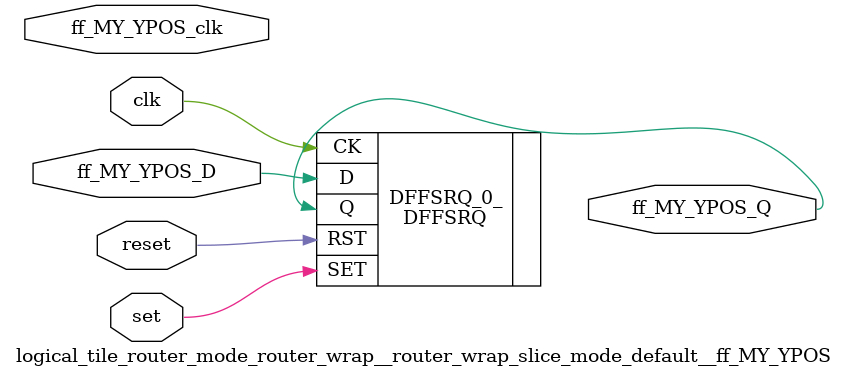
<source format=v>
`default_nettype none

module logical_tile_router_mode_router_wrap__router_wrap_slice_mode_default__ff_MY_YPOS(set,
                                                                                        reset,
                                                                                        clk,
                                                                                        ff_MY_YPOS_D,
                                                                                        ff_MY_YPOS_Q,
                                                                                        ff_MY_YPOS_clk);
//----- GLOBAL PORTS -----
input [0:0] set;
//----- GLOBAL PORTS -----
input [0:0] reset;
//----- GLOBAL PORTS -----
input [0:0] clk;
//----- INPUT PORTS -----
input [0:0] ff_MY_YPOS_D;
//----- OUTPUT PORTS -----
output [0:0] ff_MY_YPOS_Q;
//----- CLOCK PORTS -----
input [0:0] ff_MY_YPOS_clk;

//----- BEGIN wire-connection ports -----
wire [0:0] ff_MY_YPOS_D;
wire [0:0] ff_MY_YPOS_Q;
wire [0:0] ff_MY_YPOS_clk;
//----- END wire-connection ports -----


//----- BEGIN Registered ports -----
//----- END Registered ports -----



// ----- BEGIN Local short connections -----
// ----- END Local short connections -----
// ----- BEGIN Local output short connections -----
// ----- END Local output short connections -----

	DFFSRQ DFFSRQ_0_ (
		.SET(set),
		.RST(reset),
		.CK(clk),
		.D(ff_MY_YPOS_D),
		.Q(ff_MY_YPOS_Q));

endmodule
// ----- END Verilog module for logical_tile_router_mode_router_wrap__router_wrap_slice_mode_default__ff_MY_YPOS -----

//----- Default net type -----
`default_nettype wire




</source>
